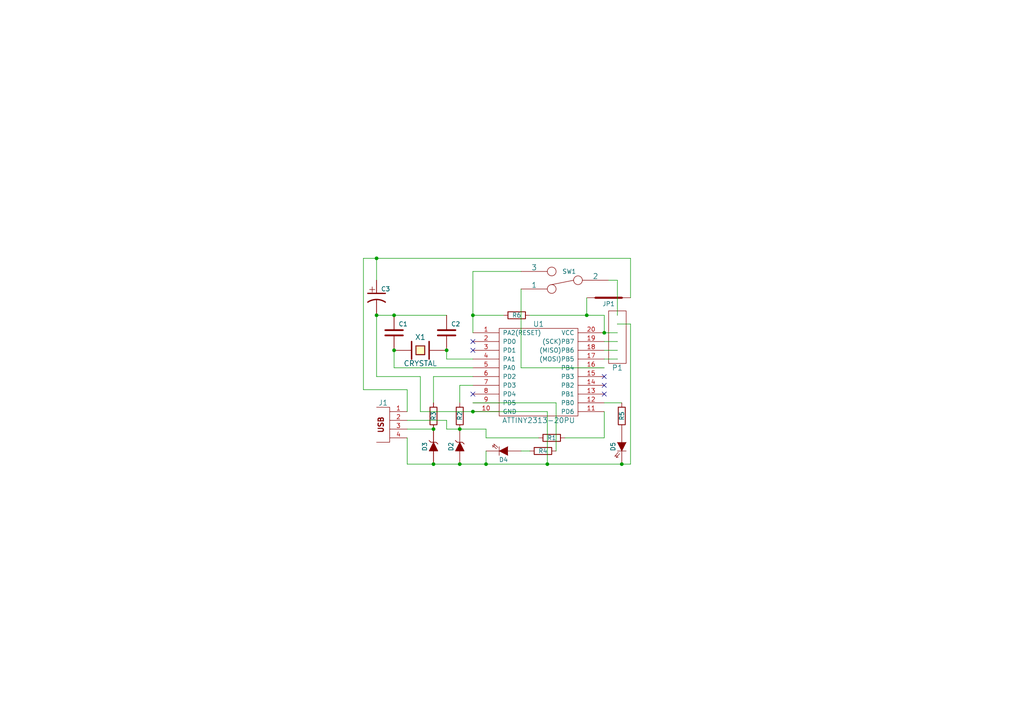
<source format=kicad_sch>
(kicad_sch (version 20211123) (generator eeschema)
  (paper "A4")
  (title_block (date "2015-01-18"))
  (lib_symbols
    (symbol "common:ATTINY2313-20PU" (pin_names (offset 1.016))
      (property "Reference" "U" (at 0 13.97 0))
      (property "Value" "ATTINY2313-20PU" (at 0 -13.97 0))
      (symbol "ATTINY2313-20PU_0_1"
        (rectangle (start -11.43 12.7) (end 11.43 -12.7))
      )
      (symbol "ATTINY2313-20PU_1_1"
        (pin input line (at -19.05 11.43 0) (length 7.62) (name "PA2(RESET)") (number "1"))
        (pin output line (at -19.05 -11.43 0) (length 7.62) (name "GND") (number "10"))
        (pin bidirectional line (at 19.05 -11.43 180) (length 7.62) (name "PD6") (number "11"))
        (pin bidirectional line (at 19.05 -8.89 180) (length 7.62) (name "PB0") (number "12"))
        (pin bidirectional line (at 19.05 -6.35 180) (length 7.62) (name "PB1") (number "13"))
        (pin bidirectional line (at 19.05 -3.81 180) (length 7.62) (name "PB2") (number "14"))
        (pin bidirectional line (at 19.05 -1.27 180) (length 7.62) (name "PB3") (number "15"))
        (pin bidirectional line (at 19.05 1.27 180) (length 7.62) (name "PB4") (number "16"))
        (pin bidirectional line (at 19.05 3.81 180) (length 7.62) (name "(MOSI)PB5") (number "17"))
        (pin bidirectional line (at 19.05 6.35 180) (length 7.62) (name "(MISO)PB6") (number "18"))
        (pin bidirectional line (at 19.05 8.89 180) (length 7.62) (name "(SCK)PB7") (number "19"))
        (pin bidirectional line (at -19.05 8.89 0) (length 7.62) (name "PD0") (number "2"))
        (pin input line (at 19.05 11.43 180) (length 7.62) (name "VCC") (number "20"))
        (pin bidirectional line (at -19.05 6.35 0) (length 7.62) (name "PD1") (number "3"))
        (pin input line (at -19.05 3.81 0) (length 7.62) (name "PA1") (number "4"))
        (pin input line (at -19.05 1.27 0) (length 7.62) (name "PA0") (number "5"))
        (pin bidirectional line (at -19.05 -1.27 0) (length 7.62) (name "PD2") (number "6"))
        (pin bidirectional line (at -19.05 -3.81 0) (length 7.62) (name "PD3") (number "7"))
        (pin bidirectional line (at -19.05 -6.35 0) (length 7.62) (name "PD4") (number "8"))
        (pin bidirectional line (at -19.05 -8.89 0) (length 7.62) (name "PD5") (number "9"))
      )
    )
    (symbol "common:BREAKER" (pin_numbers hide) (pin_names (offset 0))
      (property "Reference" "JP" (at -1.778 0 90))
      (symbol "BREAKER_0_1"
        (polyline (pts (xy 0 3.81) (xy 0 -3.81)) (stroke (width 0.6096)))
      )
      (symbol "BREAKER_1_1"
        (pin passive line (at 0 6.35 270) (length 2.54) (name "~") (number "1"))
        (pin passive line (at 0 -6.35 90) (length 2.54) (name "~") (number "2"))
      )
    )
    (symbol "common:C" (pin_numbers hide) (pin_names (offset 0.254))
      (property "Reference" "C" (at 1.27 2.54 0))
      (symbol "C_0_1"
        (polyline (pts (xy -2.54 -0.762) (xy 2.54 -0.762)) (stroke (width 0.508)))
        (polyline (pts (xy -2.54 0.762) (xy 2.54 0.762)) (stroke (width 0.508)))
      )
      (symbol "C_1_1"
        (pin passive line (at 0 5.08 270) (length 4.318) (name "~") (number "1"))
        (pin passive line (at 0 -5.08 90) (length 4.318) (name "~") (number "2"))
      )
    )
    (symbol "common:CONN_6" (pin_numbers hide) (pin_names (offset 0.762) hide)
      (property "Reference" "P" (at 0 -8.89 0))
      (symbol "CONN_6_0_1"
        (rectangle (start -2.54 7.62) (end 2.54 -7.62))
      )
      (symbol "CONN_6_1_1"
        (pin passive line (at 0 6.35 90) (length 0) (name "1") (number "1"))
        (pin passive line (at 0 3.81 90) (length 0) (name "2") (number "2"))
        (pin passive line (at 0 1.27 90) (length 0) (name "3") (number "3"))
        (pin passive line (at 0 -1.27 90) (length 0) (name "4") (number "4"))
        (pin passive line (at 0 -3.81 90) (length 0) (name "5") (number "5"))
        (pin passive line (at 0 -6.35 270) (length 0) (name "6") (number "6"))
      )
    )
    (symbol "common:CP1" (pin_numbers hide) (pin_names (offset 0.254) hide)
      (property "Reference" "C" (at 1.27 2.54 0))
      (symbol "CP1_0_0"
        (text "+" (at -1.27 2.54 0) (effects (font (size 2.032 2.032))))
      )
      (symbol "CP1_0_1"
        (polyline (pts (xy -2.54 1.27) (xy 2.54 1.27) (xy 1.27 1.27) (xy 1.27 1.27)) (stroke (width 0.381)))
        (arc (start 2.54 -1.27) (mid 0 -0.5009) (end -2.54 -1.27) (stroke (width 0.381)))
      )
      (symbol "CP1_1_1"
        (pin passive line (at 0 5.08 270) (length 3.81) (name "~") (number "1"))
        (pin passive line (at 0 -5.08 90) (length 4.572) (name "~") (number "2"))
      )
    )
    (symbol "common:CRYSTAL" (pin_numbers hide) (pin_names (offset 1.016) hide)
      (property "Reference" "X" (at 0 3.81 0))
      (symbol "CRYSTAL_0_1"
        (polyline (pts (xy -2.54 2.54) (xy -2.54 -2.54)) (stroke (width 0.4064)))
        (polyline (pts (xy 2.54 2.54) (xy 2.54 -2.54)) (stroke (width 0.4064)))
        (polyline (pts (xy -1.27 1.27) (xy 1.27 1.27) (xy 1.27 -1.27) (xy -1.27 -1.27) (xy -1.27 1.27)) (stroke (width 0.3048)) (fill (type background)))
      )
      (symbol "CRYSTAL_1_1"
        (pin passive line (at -7.62 0 0) (length 5.08) (name "1") (number "1"))
        (pin passive line (at 7.62 0 180) (length 5.08) (name "2") (number "2"))
      )
    )
    (symbol "common:LED" (pin_numbers hide) (pin_names (offset 1.016) hide)
      (property "Reference" "D" (at 0 2.54 0))
      (symbol "LED_0_1"
        (polyline (pts (xy 1.27 1.27) (xy 1.27 -1.27)))
        (polyline (pts (xy -1.27 1.27) (xy 1.27 0) (xy -1.27 -1.27)) (fill (type outline)))
        (polyline (pts (xy 1.651 -1.016) (xy 2.794 -2.032) (xy 2.667 -1.397)))
        (polyline (pts (xy 2.032 -0.635) (xy 3.175 -1.651) (xy 3.048 -1.016)))
      )
      (symbol "LED_1_1"
        (pin passive line (at -5.08 0 0) (length 3.81) (name "A") (number "1"))
        (pin passive line (at 5.08 0 180) (length 3.81) (name "K") (number "2"))
      )
    )
    (symbol "common:R" (pin_numbers hide) (pin_names (offset 0) hide)
      (property "Reference" "R" (at 0 0 90))
      (symbol "R_0_1"
        (rectangle (start -1.016 -2.54) (end 1.016 2.54) (stroke (width 0.254)))
      )
      (symbol "R_1_1"
        (pin passive line (at 0 3.81 270) (length 1.27) (name "~") (number "1"))
        (pin passive line (at 0 -3.81 90) (length 1.27) (name "~") (number "2"))
      )
    )
    (symbol "common:SWITCH_INV" (pin_numbers hide) (pin_names (offset 0))
      (property "Reference" "SW" (at -5.08 3.81 0))
      (symbol "SWITCH_INV_0_0"
        (circle (center -3.81 0) (radius 1.27))
        (circle (center 3.81 -2.54) (radius 1.27))
      )
      (symbol "SWITCH_INV_0_1"
        (polyline (pts (xy -2.54 0) (xy 3.81 1.27)))
        (circle (center 3.81 2.54) (radius 1.27))
      )
      (symbol "SWITCH_INV_1_1"
        (pin passive line (at 12.7 2.54 180) (length 7.62) (name "1") (number "1"))
        (pin passive line (at -12.7 0 0) (length 7.62) (name "2") (number "2"))
        (pin passive line (at 12.7 -2.54 180) (length 7.62) (name "3") (number "3"))
      )
    )
    (symbol "common:USB_2" (pin_names (offset 1.016))
      (property "Reference" "J" (at -1.905 6.35 0))
      (symbol "USB_2_0_0"
        (polyline (pts (xy -3.81 5.08) (xy 0 5.08) (xy 0 -5.08) (xy -3.81 -5.08) (xy -3.81 -5.08)))
        (text "USB" (at -2.54 0 900) (effects (font (size 1.524 1.524) bold)))
      )
      (symbol "USB_2_1_1"
        (pin input line (at 5.08 3.81 180) (length 5.08) (name "~") (number "1"))
        (pin input line (at 5.08 1.27 180) (length 5.08) (name "~") (number "2"))
        (pin input line (at 5.08 -1.27 180) (length 5.08) (name "~") (number "3"))
        (pin input line (at 5.08 -3.81 180) (length 5.08) (name "~") (number "4"))
      )
    )
    (symbol "common:ZENER" (pin_numbers hide) (pin_names (offset 1.016) hide)
      (property "Reference" "D" (at 0 2.54 0))
      (symbol "ZENER_0_1"
        (polyline (pts (xy 1.27 0) (xy -1.27 1.27) (xy -1.27 -1.27) (xy 1.27 0) (xy 1.27 0)) (fill (type outline)))
        (polyline (pts (xy 1.778 1.27) (xy 1.27 0.762) (xy 1.27 -0.762) (xy 0.762 -1.27) (xy 0.762 -1.27)) (stroke (width 0.2032)))
      )
      (symbol "ZENER_1_1"
        (pin passive line (at -5.08 0 0) (length 3.81) (name "A") (number "1"))
        (pin passive line (at 5.08 0 180) (length 3.81) (name "K") (number "2"))
      )
    )
  )
  (junction (at 137.16 91.44))
  (junction (at 125.73 124.46))
  (junction (at 133.35 134.62))
  (junction (at 114.3 101.6))
  (junction (at 129.54 101.6))
  (junction (at 140.97 134.62))
  (junction (at 137.16 119.38))
  (junction (at 158.75 134.62))
  (junction (at 180.34 134.62))
  (junction (at 109.22 74.93))
  (junction (at 175.26 96.52))
  (junction (at 114.3 91.44))
  (junction (at 125.73 134.62))
  (junction (at 170.18 91.44))
  (junction (at 109.22 91.44))
  (junction (at 133.35 124.46))
  (no_connect (at 137.16 99.06))
  (no_connect (at 175.26 109.22))
  (no_connect (at 175.26 114.3))
  (no_connect (at 175.26 111.76))
  (no_connect (at 137.16 114.3))
  (no_connect (at 137.16 101.6))
  (wire (pts (xy 118.11 119.38) (xy 118.11 113.03)))
  (wire (pts (xy 129.54 101.6) (xy 129.54 104.14)))
  (wire (pts (xy 109.22 81.28) (xy 109.22 74.93)))
  (wire (pts (xy 137.16 106.68) (xy 114.3 106.68)))
  (wire (pts (xy 109.22 74.93) (xy 182.88 74.93)))
  (wire (pts (xy 175.26 104.14) (xy 179.07 104.14)))
  (wire (pts (xy 161.29 116.84) (xy 161.29 130.81)))
  (wire (pts (xy 105.41 113.03) (xy 105.41 74.93)))
  (wire (pts (xy 118.11 134.62) (xy 125.73 134.62)))
  (wire (pts (xy 105.41 74.93) (xy 109.22 74.93)))
  (wire (pts (xy 158.75 134.62) (xy 158.75 119.38)))
  (wire (pts (xy 114.3 106.68) (xy 114.3 101.6)))
  (wire (pts (xy 180.34 134.62) (xy 182.88 134.62)))
  (wire (pts (xy 175.26 127) (xy 163.83 127)))
  (wire (pts (xy 175.26 99.06) (xy 179.07 99.06)))
  (wire (pts (xy 129.54 104.14) (xy 137.16 104.14)))
  (wire (pts (xy 118.11 127) (xy 118.11 134.62)))
  (wire (pts (xy 121.92 119.38) (xy 121.92 109.22)))
  (wire (pts (xy 137.16 78.74) (xy 151.13 78.74)))
  (wire (pts (xy 140.97 134.62) (xy 140.97 130.81)))
  (wire (pts (xy 175.26 101.6) (xy 179.07 101.6)))
  (wire (pts (xy 121.92 109.22) (xy 109.22 109.22)))
  (wire (pts (xy 151.13 130.81) (xy 153.67 130.81)))
  (wire (pts (xy 179.07 96.52) (xy 175.26 96.52)))
  (wire (pts (xy 175.26 91.44) (xy 175.26 96.52)))
  (wire (pts (xy 153.67 91.44) (xy 170.18 91.44)))
  (wire (pts (xy 146.05 91.44) (xy 137.16 91.44)))
  (wire (pts (xy 182.88 74.93) (xy 182.88 86.36)))
  (wire (pts (xy 137.16 78.74) (xy 137.16 91.44)))
  (wire (pts (xy 109.22 109.22) (xy 109.22 91.44)))
  (wire (pts (xy 176.53 81.28) (xy 179.07 81.28)))
  (wire (pts (xy 179.07 81.28) (xy 179.07 91.44)))
  (wire (pts (xy 158.75 119.38) (xy 137.16 119.38)))
  (wire (pts (xy 182.88 134.62) (xy 182.88 93.98)))
  (wire (pts (xy 118.11 124.46) (xy 125.73 124.46)))
  (wire (pts (xy 140.97 124.46) (xy 133.35 124.46)))
  (wire (pts (xy 114.3 91.44) (xy 129.54 91.44)))
  (wire (pts (xy 137.16 91.44) (xy 137.16 96.52)))
  (wire (pts (xy 170.18 86.36) (xy 170.18 91.44)))
  (wire (pts (xy 182.88 93.98) (xy 179.07 93.98)))
  (wire (pts (xy 125.73 134.62) (xy 133.35 134.62)))
  (wire (pts (xy 175.26 119.38) (xy 175.26 127)))
  (wire (pts (xy 137.16 119.38) (xy 121.92 119.38)))
  (wire (pts (xy 156.21 127) (xy 140.97 127)))
  (wire (pts (xy 140.97 134.62) (xy 158.75 134.62)))
  (wire (pts (xy 129.54 124.46) (xy 129.54 121.92)))
  (wire (pts (xy 137.16 116.84) (xy 161.29 116.84)))
  (wire (pts (xy 133.35 134.62) (xy 140.97 134.62)))
  (wire (pts (xy 175.26 116.84) (xy 180.34 116.84)))
  (wire (pts (xy 109.22 91.44) (xy 114.3 91.44)))
  (wire (pts (xy 170.18 91.44) (xy 175.26 91.44)))
  (wire (pts (xy 133.35 111.76) (xy 133.35 116.84)))
  (wire (pts (xy 133.35 124.46) (xy 129.54 124.46)))
  (wire (pts (xy 129.54 121.92) (xy 118.11 121.92)))
  (wire (pts (xy 125.73 109.22) (xy 137.16 109.22)))
  (wire (pts (xy 151.13 83.82) (xy 151.13 106.68)))
  (wire (pts (xy 140.97 127) (xy 140.97 124.46)))
  (wire (pts (xy 118.11 113.03) (xy 105.41 113.03)))
  (wire (pts (xy 133.35 111.76) (xy 137.16 111.76)))
  (wire (pts (xy 151.13 106.68) (xy 175.26 106.68)))
  (wire (pts (xy 158.75 134.62) (xy 180.34 134.62)))
  (wire (pts (xy 125.73 116.84) (xy 125.73 109.22)))
  (symbol (lib_id "common:ATTINY2313-20PU") (at 156.21 107.95 0) (unit 1)
    (property "Reference" "U1" (at 156.21 93.98 0) (effects (font (size 1.524 1.524))))
    (property "Value" "ATTINY2313-20PU" (at 156.21 121.92 0) (effects (font (size 1.524 1.524))))
    (property "Footprint" "common:DIP-20__300" (effects hide))
  )
  (symbol (lib_id "common:R") (at 149.86 91.44 90) (unit 1)
    (property "Reference" "R6" (at 149.86 91.44 90))
    (property "Value" "R" (effects hide))
    (property "Footprint" "common:R4" (effects hide))
  )
  (symbol (lib_id "common:R") (at 157.48 130.81 90) (unit 1)
    (property "Reference" "R4" (at 157.48 130.81 90))
    (property "Value" "R" (effects hide))
    (property "Footprint" "common:R4" (effects hide))
  )
  (symbol (lib_id "common:R") (at 125.73 120.65 180) (unit 1)
    (property "Reference" "R3" (at 125.73 120.65 90))
    (property "Value" "R" (effects hide))
    (property "Footprint" "common:R4" (effects hide))
  )
  (symbol (lib_id "common:R") (at 133.35 120.65 180) (unit 1)
    (property "Reference" "R2" (at 133.35 120.65 90))
    (property "Value" "R" (effects hide))
    (property "Footprint" "common:R4" (effects hide))
  )
  (symbol (lib_id "common:R") (at 160.02 127 90) (unit 1)
    (property "Reference" "R1" (at 160.02 127 90))
    (property "Value" "R" (effects hide))
    (property "Footprint" "common:R4" (effects hide))
  )
  (symbol (lib_id "common:R") (at 180.34 120.65 180) (unit 1)
    (property "Reference" "R5" (at 180.34 120.65 90))
    (property "Value" "R" (effects hide))
    (property "Footprint" "common:R4" (effects hide))
  )
  (symbol (lib_id "common:LED") (at 180.34 129.54 270) (unit 1)
    (property "Reference" "D5" (at 177.8 129.54 0))
    (property "Value" "LED" (effects hide))
    (property "Footprint" "common:LED-5MM" (effects hide))
  )
  (symbol (lib_id "common:LED") (at 146.05 130.81 180) (unit 1)
    (property "Reference" "D4" (at 146.05 133.35 0))
    (property "Value" "LED" (effects hide))
    (property "Footprint" "common:LED-5MM" (effects hide))
  )
  (symbol (lib_id "common:ZENER") (at 125.73 129.54 90) (unit 1)
    (property "Reference" "D3" (at 123.19 129.54 0))
    (property "Value" "ZENER" (effects hide))
    (property "Footprint" "common:D3" (effects hide))
  )
  (symbol (lib_id "common:ZENER") (at 133.35 129.54 90) (unit 1)
    (property "Reference" "D2" (at 130.81 129.54 0))
    (property "Value" "ZENER" (effects hide))
    (property "Footprint" "common:D3" (effects hide))
  )
  (symbol (lib_id "common:CRYSTAL") (at 121.92 101.6 0) (unit 1)
    (property "Reference" "X1" (at 121.92 97.79 0) (effects (font (size 1.524 1.524))))
    (property "Value" "CRYSTAL" (at 121.92 105.41 0) (effects (font (size 1.524 1.524))))
    (property "Footprint" "common:QUARTZ" (effects hide))
  )
  (symbol (lib_id "common:CP1") (at 109.22 86.36 0) (unit 1)
    (property "Reference" "C3" (at 110.49 83.82 0) (effects (justify left)))
    (property "Value" "CP1" (effects hide))
    (property "Footprint" "common:CP_5x11mm" (effects hide))
  )
  (symbol (lib_id "common:CONN_6") (at 179.07 97.79 0) (unit 1)
    (property "Reference" "P1" (at 179.07 106.68 0) (effects (font (size 1.524 1.524))))
    (property "Value" "CONN_6" (effects hide))
    (property "Footprint" "common:PIN_ARRAY_6X1" (effects hide))
  )
  (symbol (lib_id "common:C") (at 129.54 96.52 0) (unit 1)
    (property "Reference" "C2" (at 130.81 93.98 0) (effects (justify left)))
    (property "Value" "C" (effects hide))
    (property "Footprint" "common:C2" (effects hide))
  )
  (symbol (lib_id "common:C") (at 114.3 96.52 0) (unit 1)
    (property "Reference" "C1" (at 115.57 93.98 0) (effects (justify left)))
    (property "Value" "C" (effects hide))
    (property "Footprint" "common:C2" (effects hide))
  )
  (symbol (lib_id "common:USB_2") (at 113.03 123.19 0) (unit 1)
    (property "Reference" "J1" (at 111.125 116.84 0) (effects (font (size 1.524 1.524))))
    (property "Value" "USB_2" (effects hide))
    (property "Footprint" "common:USB4" (effects hide))
    (property "VCC" "VCC" (effects hide))
    (property "Data+" "D+" (effects hide))
    (property "Data-" "D-" (effects hide))
    (property "Ground" "GND" (effects hide))
  )
  (symbol (lib_id "common:SWITCH_INV") (at 163.83 81.28 180) (unit 1)
    (property "Reference" "SW1" (at 165.1 78.74 0))
    (property "Value" "SWITCH_INV" (effects hide))
    (property "Footprint" "common:MICROSWITCH_SPST" (effects hide))
  )
  (symbol (lib_id "common:BREAKER") (at 176.53 86.36 90) (unit 1)
    (property "Reference" "JP1" (at 176.53 88.138 90))
    (property "Value" "BREAKER" (effects hide))
    (property "Footprint" "common:BR2" (effects hide))
  )
)
</source>
